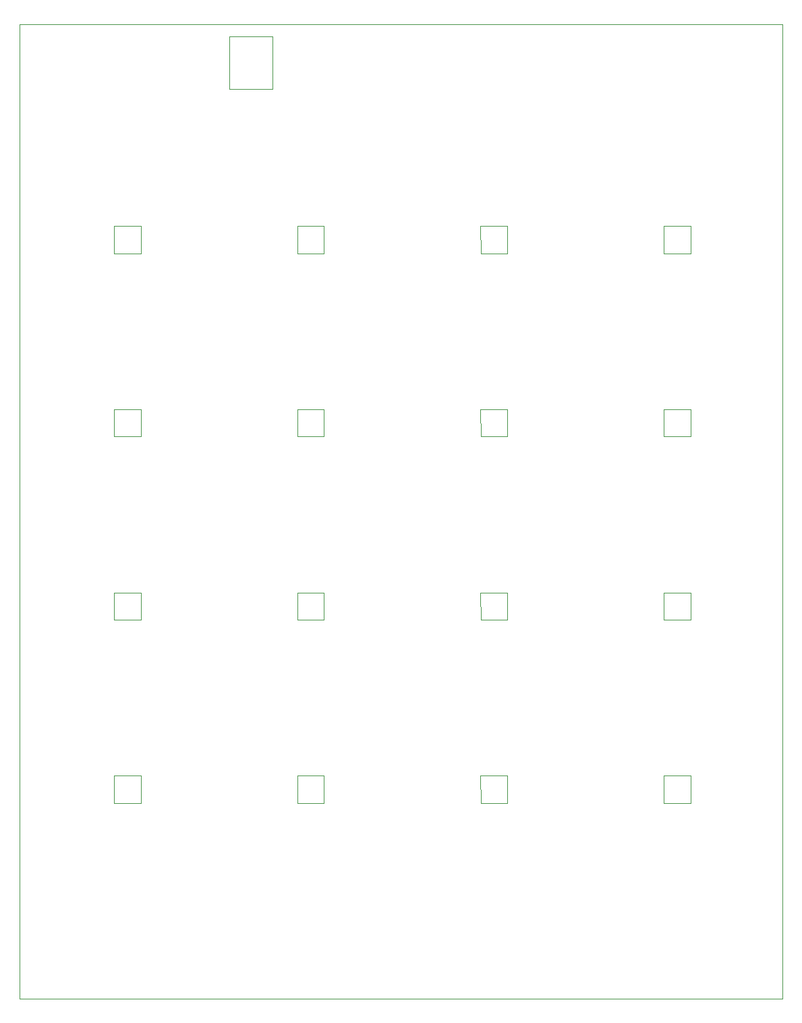
<source format=gbr>
%TF.GenerationSoftware,KiCad,Pcbnew,9.0.6*%
%TF.CreationDate,2025-12-05T21:30:18-05:00*%
%TF.ProjectId,PicoMIDIcontroller,5069636f-4d49-4444-9963-6f6e74726f6c,rev?*%
%TF.SameCoordinates,Original*%
%TF.FileFunction,Profile,NP*%
%FSLAX46Y46*%
G04 Gerber Fmt 4.6, Leading zero omitted, Abs format (unit mm)*
G04 Created by KiCad (PCBNEW 9.0.6) date 2025-12-05 21:30:18*
%MOMM*%
%LPD*%
G01*
G04 APERTURE LIST*
%TA.AperFunction,Profile*%
%ADD10C,0.050000*%
%TD*%
G04 APERTURE END LIST*
D10*
X34575000Y-43825000D02*
X130375000Y-43825000D01*
X130375000Y-166125000D01*
X34575000Y-166125000D01*
X34575000Y-43825000D01*
X60950000Y-45350000D02*
X66375000Y-45350000D01*
X66375000Y-51975000D01*
X60950000Y-51975000D01*
X60950000Y-45350000D01*
%TO.C,D6*%
X72815000Y-92170000D02*
X69465000Y-92170000D01*
X72815000Y-95590000D02*
X72815000Y-92170000D01*
X69495000Y-95590000D02*
X72815000Y-95590000D01*
X69465000Y-92170000D02*
X69495000Y-95590000D01*
%TO.C,D2*%
X72815000Y-69170000D02*
X69465000Y-69170000D01*
X72815000Y-72590000D02*
X72815000Y-69170000D01*
X69495000Y-72590000D02*
X72815000Y-72590000D01*
X69465000Y-69170000D02*
X69495000Y-72590000D01*
%TO.C,D16*%
X115465000Y-138170000D02*
X115495000Y-141590000D01*
X115495000Y-141590000D02*
X118815000Y-141590000D01*
X118815000Y-141590000D02*
X118815000Y-138170000D01*
X118815000Y-138170000D02*
X115465000Y-138170000D01*
%TO.C,D15*%
X92465000Y-138170000D02*
X92495000Y-141590000D01*
X92495000Y-141590000D02*
X95815000Y-141590000D01*
X95815000Y-141590000D02*
X95815000Y-138170000D01*
X95815000Y-138170000D02*
X92465000Y-138170000D01*
%TO.C,D14*%
X69465000Y-138170000D02*
X69495000Y-141590000D01*
X69495000Y-141590000D02*
X72815000Y-141590000D01*
X72815000Y-141590000D02*
X72815000Y-138170000D01*
X72815000Y-138170000D02*
X69465000Y-138170000D01*
%TO.C,D13*%
X46465000Y-138170000D02*
X46495000Y-141590000D01*
X46495000Y-141590000D02*
X49815000Y-141590000D01*
X49815000Y-141590000D02*
X49815000Y-138170000D01*
X49815000Y-138170000D02*
X46465000Y-138170000D01*
%TO.C,D12*%
X115465000Y-115170000D02*
X115495000Y-118590000D01*
X115495000Y-118590000D02*
X118815000Y-118590000D01*
X118815000Y-118590000D02*
X118815000Y-115170000D01*
X118815000Y-115170000D02*
X115465000Y-115170000D01*
%TO.C,D11*%
X92465000Y-115170000D02*
X92495000Y-118590000D01*
X92495000Y-118590000D02*
X95815000Y-118590000D01*
X95815000Y-118590000D02*
X95815000Y-115170000D01*
X95815000Y-115170000D02*
X92465000Y-115170000D01*
%TO.C,D10*%
X69465000Y-115170000D02*
X69495000Y-118590000D01*
X69495000Y-118590000D02*
X72815000Y-118590000D01*
X72815000Y-118590000D02*
X72815000Y-115170000D01*
X72815000Y-115170000D02*
X69465000Y-115170000D01*
%TO.C,D9*%
X46465000Y-115170000D02*
X46495000Y-118590000D01*
X46495000Y-118590000D02*
X49815000Y-118590000D01*
X49815000Y-118590000D02*
X49815000Y-115170000D01*
X49815000Y-115170000D02*
X46465000Y-115170000D01*
%TO.C,D8*%
X115465000Y-92170000D02*
X115495000Y-95590000D01*
X115495000Y-95590000D02*
X118815000Y-95590000D01*
X118815000Y-95590000D02*
X118815000Y-92170000D01*
X118815000Y-92170000D02*
X115465000Y-92170000D01*
%TO.C,D7*%
X92465000Y-92170000D02*
X92495000Y-95590000D01*
X92495000Y-95590000D02*
X95815000Y-95590000D01*
X95815000Y-95590000D02*
X95815000Y-92170000D01*
X95815000Y-92170000D02*
X92465000Y-92170000D01*
%TO.C,D5*%
X46465000Y-92170000D02*
X46495000Y-95590000D01*
X46495000Y-95590000D02*
X49815000Y-95590000D01*
X49815000Y-95590000D02*
X49815000Y-92170000D01*
X49815000Y-92170000D02*
X46465000Y-92170000D01*
%TO.C,D4*%
X115465000Y-69170000D02*
X115495000Y-72590000D01*
X115495000Y-72590000D02*
X118815000Y-72590000D01*
X118815000Y-72590000D02*
X118815000Y-69170000D01*
X118815000Y-69170000D02*
X115465000Y-69170000D01*
%TO.C,D3*%
X92465000Y-69170000D02*
X92495000Y-72590000D01*
X92495000Y-72590000D02*
X95815000Y-72590000D01*
X95815000Y-72590000D02*
X95815000Y-69170000D01*
X95815000Y-69170000D02*
X92465000Y-69170000D01*
%TO.C,D1*%
X46465000Y-69170000D02*
X46495000Y-72590000D01*
X46495000Y-72590000D02*
X49815000Y-72590000D01*
X49815000Y-72590000D02*
X49815000Y-69170000D01*
X49815000Y-69170000D02*
X46465000Y-69170000D01*
%TD*%
M02*

</source>
